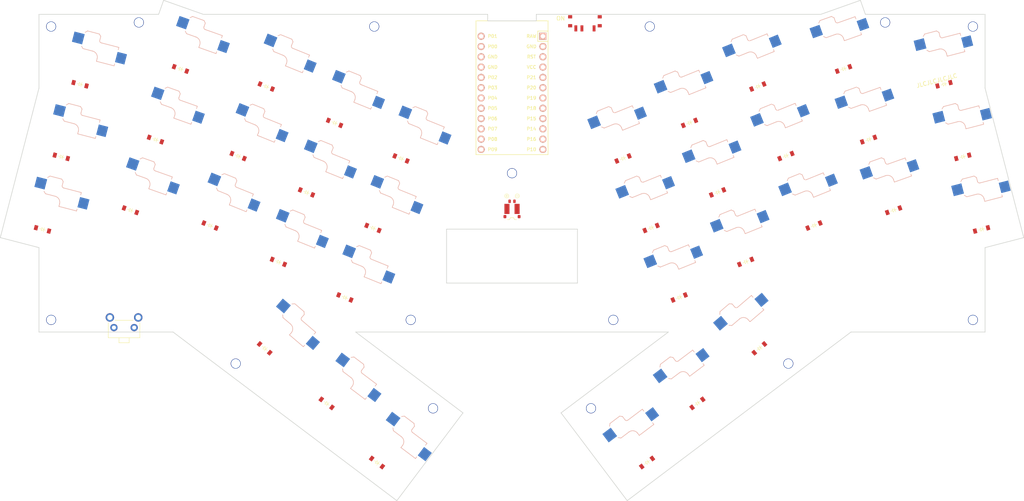
<source format=kicad_pcb>
(kicad_pcb (version 20240108) (generator "pcbnew") (generator_version "8.0")
  (title_block (title "Alias") (rev "v1.0.0") (company "Unknown"))
  (layers (0 "F.Cu" signal) (31 "B.Cu" signal) (34 "B.Paste" user) (35 "F.Paste" user) (36 "B.SilkS" user "B.Silkscreen") (37 "F.SilkS" user "F.Silkscreen") (38 "B.Mask" user) (39 "F.Mask" user) (44 "Edge.Cuts" user))
  (net 0 "")
  (net 1 "RAW")
  (net 2 "GND")
  (net 3 "RST")
  (net 4 "VCC")
  (net 5 "R0")
  (net 6 "R1")
  (net 7 "R2")
  (net 8 "R3")
  (net 9 "R4")
  (net 10 "R5")
  (net 11 "R6")
  (net 12 "R7")
  (net 13 "P1")
  (net 14 "P0")
  (net 15 "C0")
  (net 16 "C1")
  (net 17 "C2")
  (net 18 "C3")
  (net 19 "C4")
  (net 20 "P7")
  (net 21 "P8")
  (net 22 "P9")
  (net 23 "pinky_bottom")
  (net 24 "pinky_home")
  (net 25 "pinky_top")
  (net 26 "ring_bottom")
  (net 27 "ring_home")
  (net 28 "ring_top")
  (net 29 "middle_bottom")
  (net 30 "middle_home")
  (net 31 "middle_top")
  (net 32 "index_bottom")
  (net 33 "index_home")
  (net 34 "index_top")
  (net 35 "inner_bottom")
  (net 36 "inner_home")
  (net 37 "inner_top")
  (net 38 "mirror_pinky_bottom")
  (net 39 "mirror_pinky_home")
  (net 40 "mirror_pinky_top")
  (net 41 "mirror_ring_bottom")
  (net 42 "mirror_ring_home")
  (net 43 "mirror_ring_top")
  (net 44 "mirror_middle_bottom")
  (net 45 "mirror_middle_home")
  (net 46 "mirror_middle_top")
  (net 47 "mirror_index_bottom")
  (net 48 "mirror_index_home")
  (net 49 "mirror_index_top")
  (net 50 "mirror_inner_bottom")
  (net 51 "mirror_inner_home")
  (net 52 "mirror_inner_top")
  (net 53 "flexion_cluster")
  (net 54 "base_cluster")
  (net 55 "extension_cluster")
  (net 56 "mirror_flexion_cluster")
  (net 57 "mirror_base_cluster")
  (net 58 "mirror_extension_cluster")
  (net 59 "BAT_P")
  (footprint "ComboDiode" (layer "F.Cu") (at 153.958695 69.580972 158)
    (property "Reference" "D9" (hide yes))
    (property "Value" "")
    (pad "1" smd rect (at -1.65 0 158) (size 0.9 1.2) (layers "F.Cu" "F.Paste" "F.Mask") (net 5 "R0"))
    (pad "2" smd rect (at 1.65 0 158) (size 0.9 1.2) (layers "F.Cu" "F.Paste" "F.Mask") (net 31 "middle_top"))
  )
  (footprint "mounting_hole" (layer "F.Cu") (at 189.626054 127.175052)
    (property "Reference" "H10" (hide yes))
    (property "Value" "")
    (pad "" thru_hole circle (at 0 0 180) (size 2.46 2.46) (drill 2.2) (layers "*.Cu" "*.Mask"))
  )
  (footprint "ComboDiode" (layer "F.Cu") (at 275.293412 69.580972 -158)
    (property "Reference" "D24" (hide yes))
    (property "Value" "")
    (pad "1" smd rect (at -1.65 0 202) (size 0.9 1.2) (layers "F.Cu" "F.Paste" "F.Mask") (net 9 "R4"))
    (pad "2" smd rect (at 1.65 0 202) (size 0.9 1.2) (layers "F.Cu" "F.Paste" "F.Mask") (net 46 "mirror_middle_top"))
  )
  (footprint "ComboDiode" (layer "F.Cu") (at 282.223634 86.733873 -158)
    (property "Reference" "D23" (hide yes))
    (property "Value" "")
    (pad "1" smd rect (at -1.65 0 202) (size 0.9 1.2) (layers "F.Cu" "F.Paste" "F.Mask") (net 10 "R5"))
    (pad "2" smd rect (at 1.65 0 202) (size 0.9 1.2) (layers "F.Cu" "F.Paste" "F.Mask") (net 45 "mirror_middle_home"))
  )
  (footprint "ComboDiode" (layer "F.Cu") (at 272.286576 112.858667 -158)
    (property "Reference" "D25" (hide yes))
    (property "Value" "")
    (pad "1" smd rect (at -1.65 0 202) (size 0.9 1.2) (layers "F.Cu" "F.Paste" "F.Mask") (net 11 "R6"))
    (pad "2" smd rect (at 1.65 0 202) (size 0.9 1.2) (layers "F.Cu" "F.Paste" "F.Mask") (net 47 "mirror_index_bottom"))
  )
  (footprint "pads" (layer "F.Cu") (at 214.626054 99.789052)
    (property "Reference" "PAD1" (hide yes))
    (property "Value" "")
    (pad "1" smd rect (at -1.25 0) (size 1.25 2.5) (layers "F.Cu" "F.Paste" "F.Mask") (net 59 "BAT_P"))
    (pad "2" smd rect (at 1.25 0) (size 1.25 2.5) (layers "F.Cu" "F.Paste" "F.Mask") (net 2 "GND"))
  )
  (footprint "mounting_hole" (layer "F.Cu") (at 248.626054 54.769052)
    (property "Reference" "H9" (hide yes))
    (property "Value" "")
    (pad "" thru_hole circle (at 0 0 180) (size 2.46 2.46) (drill 2.2) (layers "*.Cu" "*.Mask"))
  )
  (footprint "mounting_hole" (layer "F.Cu") (at 195.134368 149.00861 -37)
    (property "Reference" "H14" (hide yes))
    (property "Value" "")
    (pad "" thru_hole circle (at 0 0 180) (size 2.46 2.46) (drill 2.2) (layers "*.Cu" "*.Mask"))
  )
  (footprint "ComboDiode" (layer "F.Cu") (at 140.098251 103.886774 158)
    (property "Reference" "D7" (hide yes))
    (property "Value" "")
    (pad "1" smd rect (at -1.65 0 158) (size 0.9 1.2) (layers "F.Cu" "F.Paste" "F.Mask") (net 7 "R2"))
    (pad "2" smd rect (at 1.65 0 158) (size 0.9 1.2) (layers "F.Cu" "F.Paste" "F.Mask") (net 29 "middle_bottom"))
  )
  (footprint "ComboDiode" (layer "F.Cu") (at 302.628681 82.676982 -160.5)
    (property "Reference" "D20" (hide yes))
    (property "Value" "")
    (pad "1" smd rect (at -1.649999 0 199.5) (size 0.9 1.2) (layers "F.Cu" "F.Paste" "F.Mask") (net 10 "R5"))
    (pad "2" smd rect (at 1.649999 0 199.5) (size 0.9 1.2) (layers "F.Cu" "F.Paste" "F.Mask") (net 42 "mirror_ring_home"))
  )
  (footprint "ComboDiode" (layer "F.Cu") (at 321.239947 69.019276 -165.5)
    (property "Reference" "D18" (hide yes))
    (property "Value" "")
    (pad "1" smd rect (at -1.65 0 194.5) (size 0.9 1.2) (layers "F.Cu" "F.Paste" "F.Mask") (net 9 "R4"))
    (pad "2" smd rect (at 1.65 0 194.5) (size 0.9 1.2) (layers "F.Cu" "F.Paste" "F.Mask") (net 40 "mirror_pinky_top"))
  )
  (footprint "ComboDiode" (layer "F.Cu") (at 255.882888 121.643257 -158)
    (property "Reference" "D28" (hide yes))
    (property "Value" "")
    (pad "1" smd rect (at -1.65 0 202) (size 0.9 1.2) (layers "F.Cu" "F.Paste" "F.Mask") (net 11 "R6"))
    (pad "2" smd rect (at 1.65 0 202) (size 0.9 1.2) (layers "F.Cu" "F.Paste" "F.Mask") (net 50 "mirror_inner_bottom"))
  )
  (footprint "1:molex_pico_ezmate_1x02_front" (layer "F.Cu") (at 214.626054 99.789052)
    (property "Reference" "CONN1" (hide yes))
    (property "Value" "" (hide yes))
    (pad "1" smd roundrect (at -0.6 -1.875) (size 0.6 0.85) (layers "F.Cu" "F.Paste" "F.Mask") (net 59 "BAT_P"))
    (pad "2" smd roundrect (at 0.6 -1.875) (size 0.6 0.85) (layers "F.Cu" "F.Paste" "F.Mask") (net 2 "GND"))
    (pad "MP" smd roundrect (at -1.75 1.9) (size 0.7 0.8) (layers "F.Cu" "F.Paste" "F.Mask"))
    (pad "MP" smd roundrect (at 1.75 1.9) (size 0.7 0.8) (layers "F.Cu" "F.Paste" "F.Mask"))
  )
  (footprint "ComboDiode" (layer "F.Cu") (at 120.447999 100.11585 160.5)
    (property "Reference" "D4" (hide yes))
    (property "Value" "")
    (pad "1" smd rect (at -1.649999 0 160.5) (size 0.9 1.2) (layers "F.Cu" "F.Paste" "F.Mask") (net 7 "R2"))
    (pad "2" smd rect (at 1.649999 0 160.5) (size 0.9 1.2) (layers "F.Cu" "F.Paste" "F.Mask") (net 26 "ring_bottom"))
  )
  (footprint "mounting_hole" (layer "F.Cu") (at 234.117739 149.00861 -37)
    (property "Reference" "H15" (hide yes))
    (property "Value" "")
    (pad "" thru_hole circle (at 0 0 180) (size 2.46 2.46) (drill 2.2) (layers "*.Cu" "*.Mask"))
  )
  (footprint "mounting_hole" (layer "F.Cu") (at 239.626054 127.175052)
    (property "Reference" "H11" (hide yes))
    (property "Value" "")
    (pad "" thru_hole circle (at 0 0 180) (size 2.46 2.46) (drill 2.2) (layers "*.Cu" "*.Mask"))
  )
  (footprint "ComboDiode" (layer "F.Cu") (at 108.01216 69.019276 165.5)
    (property "Reference" "D3" (hide yes))
    (property "Value" "")
    (pad "1" smd rect (at -1.65 0 165.5) (size 0.9 1.2) (layers "F.Cu" "F.Paste" "F.Mask") (net 5 "R0"))
    (pad "2" smd rect (at 1.65 0 165.5) (size 0.9 1.2) (layers "F.Cu" "F.Paste" "F.Mask") (net 25 "pinky_top"))
  )
  (footprint "ComboDiode" (layer "F.Cu") (at 153.579355 134.20354 139.5)
    (property "Reference" "D31" (hide yes))
    (property "Value" "")
    (pad "1" smd rect (at -1.65 0 139.5) (size 0.9 1.2) (layers "F.Cu" "F.Paste" "F.Mask") (net 8 "R3"))
    (pad "2" smd rect (at 1.65 0 139.5) (size 0.9 1.2) (layers "F.Cu" "F.Paste" "F.Mask") (net 53 "flexion_cluster"))
  )
  (footprint "ComboDiode" (layer "F.Cu") (at 170.825975 78.552865 158)
    (property "Reference" "D12" (hide yes))
    (property "Value" "")
    (pad "1" smd rect (at -1.65 0 158) (size 0.9 1.2) (layers "F.Cu" "F.Paste" "F.Mask") (net 5 "R0"))
    (pad "2" smd rect (at 1.65 0 158) (size 0.9 1.2) (layers "F.Cu" "F.Paste" "F.Mask") (net 34 "index_top"))
  )
  (footprint "ComboDiode" (layer "F.Cu") (at 265.356354 95.705766 -158)
    (property "Reference" "D26" (hide yes))
    (property "Value" "")
    (pad "1" smd rect (at -1.65 0 202) (size 0.9 1.2) (layers "F.Cu" "F.Paste" "F.Mask") (net 10 "R5"))
    (pad "2" smd rect (at 1.65 0 202) (size 0.9 1.2) (layers "F.Cu" "F.Paste" "F.Mask") (net 48 "mirror_index_home"))
  )
  (footprint "ComboDiode" (layer "F.Cu") (at 98.7481 104.840738 165.5)
    (property "Reference" "D1" (hide yes))
    (property "Value" "")
    (pad "1" smd rect (at -1.65 0 165.5) (size 0.9 1.2) (layers "F.Cu" "F.Paste" "F.Mask") (net 7 "R2"))
    (pad "2" smd rect (at 1.65 0 165.5) (size 0.9 1.2) (layers "F.Cu" "F.Paste" "F.Mask") (net 23 "pinky_bottom"))
  )
  (footprint "ComboDiode" (layer "F.Cu") (at 258.426132 78.552865 -158)
    (property "Reference" "D27" (hide yes))
    (property "Value" "")
    (pad "1" smd rect (at -1.65 0 202) (size 0.9 1.2) (layers "F.Cu" "F.Paste" "F.Mask") (net 9 "R4"))
    (pad "2" smd rect (at 1.65 0 202) (size 0.9 1.2) (layers "F.Cu" "F.Paste" "F.Mask") (net 49 "mirror_index_top"))
  )
  (footprint "mounting_hole" (layer "F.Cu") (at 214.626054 90.969052)
    (property "Reference" "H7" (hide yes))
    (property "Value" "")
    (pad "" thru_hole circle (at 0 0 180) (size 2.46 2.46) (drill 2.2) (layers "*.Cu" "*.Mask"))
  )
  (footprint "ComboDiode" (layer "F.Cu") (at 275.672752 134.20354 -139.5)
    (property "Reference" "D34" (hide yes))
    (property "Value" "")
    (pad "1" smd rect (at -1.65 0 220.5) (size 0.9 1.2) (layers "F.Cu" "F.Paste" "F.Mask") (net 12 "R7"))
    (pad "2" smd rect (at 1.65 0 220.5) (size 0.9 1.2) (layers "F.Cu" "F.Paste" "F.Mask") (net 56 "mirror_flexion_cluster"))
  )
  (footprint "1:PCM12SMTR_front" (layer "F.Cu") (at 232.626054 53.494252 90)
    (property "Reference" "SW1" (hide yes))
    (property "Value" "" (hide yes))
    (pad "" smd rect (at -1.085 -3.65 180) (size 1 0.8) (layers "F.Cu" "F.Paste" "F.Mask"))
    (pad "" smd rect (at -1.085 3.65 180) (size 1 0.8) (layers "F.Cu" "F.Paste" "F.Mask"))
    (pad "" smd rect (at 1.125 -3.65 180) (size 1 0.8) (layers "F.Cu" "F.Paste" "F.Mask"))
    (pad "" smd rect (at 1.125 3.65 180) (size 1 0.8) (layers "F.Cu" "F.Paste" "F.Mask"))
    (pad "1" smd rect (at -1.735 2.25 180) (size 0.7 1.5) (layers "F.Cu" "F.Paste" "F.Mask"))
    (pad "2" smd rect (at -1.735 -0.75 180) (size 0.7 1.5) (layers "F.Cu" "F.Paste" "F.Mask") (net 1 "RAW"))
    (pad "3" smd rect (at -1.735 -2.25 180) (size 0.7 1.5) (layers "F.Cu" "F.Paste" "F.Mask") (net 59 "BAT_P"))
  )
  (footprint "ComboDiode" (layer "F.Cu") (at 180.299441 104.490356 158)
    (property "Reference" "D14" (hide yes))
    (property "Value" "")
    (pad "1" smd rect (at -1.65 0 158) (size 0.9 1.2) (layers "F.Cu" "F.Paste" "F.Mask") (net 6 "R1"))
    (pad "2" smd rect (at 1.65 0 158) (size 0.9 1.2) (layers "F.Cu" "F.Paste" "F.Mask") (net 36 "inner_home"))
  )
  (footprint "mounting_hole" (layer "F.Cu") (at 282.82483 137.958241 -40.5)
    (property "Reference" "H13" (hide yes))
    (property "Value" "")
    (pad "" thru_hole circle (at 0 0 180) (size 2.46 2.46) (drill 2.2) (layers "*.Cu" "*.Mask"))
  )
  (footprint "ComboDiode" (layer "F.Cu") (at 260.382995 147.780883 -143)
    (property "Reference" "D35" (hide yes))
    (property "Value" "")
    (pad "1" smd rect (at -1.65 0 217) (size 0.9 1.2) (layers "F.Cu" "F.Paste" "F.Mask") (net 12 "R7"))
    (pad "2" smd rect (at 1.65 0 217) (size 0.9 1.2) (layers "F.Cu" "F.Paste" "F.Mask") (net 57 "mirror_base_cluster"))
  )
  (footprint "ComboDiode" (layer "F.Cu") (at 103.38013 86.930007 165.5)
    (property "Reference" "D2" (hide yes))
    (property "Value" "")
    (pad "1" smd rect (at -1.65 0 165.5) (size 0.9 1.2) (layers "F.Cu" "F.Paste" "F.Mask") (net 6 "R1"))
    (pad "2" smd rect (at 1.65 0 165.5) (size 0.9 1.2) (layers "F.Cu" "F.Paste" "F.Mask") (net 24 "pinky_home"))
  )
  (footprint "ComboDiode" (layer "F.Cu") (at 132.798853 65.238114 160.5)
    (property "Reference" "D6" (hide yes))
    (property "Value" "")
    (pad "1" smd rect (at -1.649999 0 160.5) (size 0.9 1.2) (layers "F.Cu" "F.Paste" "F.Mask") (net 5 "R0"))
    (pad "2" smd rect (at 1.649999 0 160.5) (size 0.9 1.2) (layers "F.Cu" "F.Paste" "F.Mask") (net 28 "ring_top"))
  )
  (footprint "ComboDiode" (layer "F.Cu") (at 147.028473 86.733873 158)
    (property "Reference" "D8" (hide yes))
    (property "Value" "")
    (pad "1" smd rect (at -1.65 0 158) (size 0.9 1.2) (layers "F.Cu" "F.Paste" "F.Mask") (net 6 "R1"))
    (pad "2" smd rect (at 1.65 0 158) (size 0.9 1.2) (layers "F.Cu" "F.Paste" "F.Mask") (net 30 "middle_home"))
  )
  (footprint "ComboDiode" (layer "F.Cu") (at 181.303976 162.377239 143)
    (property "Reference" "D33" (hide yes))
    (property "Value" "")
    (pad "1" smd rect (at -1.65 0 143) (size 0.9 1.2) (layers "F.Cu" "F.Paste" "F.Mask") (net 8 "R3"))
    (pad "2" smd rect (at 1.65 0 143) (size 0.9 1.2) (layers "F.Cu" "F.Paste" "F.Mask") (net 55 "extension_cluster"))
  )
  (footprint "ComboDiode" (layer "F.Cu") (at 187.229663 87.337454 158)
    (property "Reference" "D15" (hide yes))
    (property "Value" "")
    (pad "1" smd rect (at -1.65 0 158) (size 0.9 1.2) (layers "F.Cu" "F.Paste" "F.Mask") (net 5 "R0"))
    (pad "2" smd rect (at 1.65 0 158) (size 0.9 1.2) (layers "F.Cu" "F.Paste" "F.Mask") (net 37 "inner_top"))
  )
  (footprint "mounting_hole" (layer "F.Cu") (at 100.876054 127.175052)
    (property "Reference" "H5" (hide yes))
    (property "Value" "")
    (pad "" thru_hole circle (at 0 0 180) (size 2.46 2.46) (drill 2.2) (layers "*.Cu" "*.Mask"))
  )
  (footprint "mounting_hole" (layer "F.Cu") (at 100.876054 54.769052)
    (property "Reference" "H2" (hide yes))
    (property "Value" "")
    (pad "" thru_hole circle (at 0 0 180) (size 2.46 2.46) (drill 2.2) (layers "*.Cu" "*.Mask"))
  )
  (footprint "ComboDiode" (layer "F.Cu") (at 168.869112 147.780883 143)
    (property "Reference" "D32" (hide yes))
    (property "Value" "")
    (pad "1" smd rect (at -1.65 0 143) (size 0.9 1.2) (layers "F.Cu" "F.Paste" "F.Mask") (net 8 "R3"))
    (pad "2" smd rect (at 1.65 0 143) (size 0.9 1.2) (layers "F.Cu" "F.Paste" "F.Mask") (net 54 "base_cluster"))
  )
  (footprint "ComboDiode" (layer "F.Cu") (at 289.153856 103.886774 -158)
    (property "Reference" "D22" (hide yes))
    (property "Value" "")
    (pad "1" smd rect (at -1.65 0 202) (size 0.9 1.2) (layers "F.Cu" "F.Paste" "F.Mask") (net 11 "R6"))
    (pad "2" smd rect (at 1.65 0 202) (size 0.9 1.2) (layers "F.Cu" "F.Paste" "F.Mask") (net 44 "mirror_middle_bottom"))
  )
  (footprint "1:SKHLLCA010" (layer "F.Cu") (at 118.876054 127.825552 180)
    (property "Reference" "S37" (hide yes))
    (property "Value" "SKHLLCA010")
    (pad "1" thru_hole circle (at 2.5 -1.25 180) (size 1.8 1.8) (drill 1) (layers "*.Cu" "B.Mask") (net 2 "GND"))
    (pad "2" thru_hole circle (at -2.5 -1.25 180) (size 1.8 1.8) (drill 1) (layers "*.Cu" "B.Mask") (net 3 "RST"))
    (pad "MP" thru_hole circle (at -3.5 1.25 180) (size 2.1 2.1) (drill 1.3) (layers "*.Cu" "*.Mask"))
    (pad "MP" thru_hole circle (at 3.5 1.25 180) (size 2.1 2.1) (drill 1.3) (layers "*.Cu" "*.Mask"))
  )
  (footprint "mounting_hole" (layer "F.Cu") (at 122.526054 53.769052)
    (property "Reference" "H1" (hide yes))
    (property "Value" "")
    (pad "" thru_hole circle (at 0 0 180) (size 2.46 2.46) (drill 2.2) (layers "*.Cu" "*.Mask"))
  )
  (footprint "ComboDiode" (layer "F.Cu") (at 296.453254 65.238114 -160.5)
    (property "Reference" "D21" (hide yes))
    (property "Value" "")
    (pad "1" smd rect (at -1.649999 0 199.5) (size 0.9 1.2) (layers "F.Cu" "F.Paste" "F.Mask") (net 9 "R4"))
    (pad "2" smd rect (at 1.649999 0 199.5) (size 0.9 1.2) (layers "F.Cu" "F.Paste" "F.Mask") (net 43 "mirror_ring_top"))
  )
  (footprint "ComboDiode" (layer "F.Cu") (at 308.804108 100.11585 -160.5)
    (property "Reference" "D19" (hide yes))
    (property "Value" "")
    (pad "1" smd rect (at -1.649999 0 199.5) (size 0.9 1.2) (layers "F.Cu" "F.Paste" "F.Mask") (net 11 "R6"))
    (pad "2" smd rect (at 1.649999 0 199.5) (size 0.9 1.2) (layers "F.Cu" "F.Paste" "F.Mask") (net 41 "mirror_ring_bottom"))
  )
  (footprint "ComboDiode" (layer "F.Cu") (at 242.022444 87.337454 -158)
    (property "Reference" "D30" (hide yes))
    (property "Value" "")
    (pad "1" smd rect (at -1.65 0 202) (size 0.9 1.2) (layers "F.Cu" "F.Paste" "F.Mask") (net 9 "R4"))
    (pad "2" smd rect (at 1.65 0 202) (size 0.9 1.2) (layers "F.Cu" "F.Paste" "F.Mask") (net 52 "mirror_inner_top"))
  )
  (footprint "ComboDiode" (layer "F.Cu") (at 325.871977 86.930007 -165.5)
    (property "Reference" "D17" (hide yes))
    (property "Value" "")
    (pad "1" smd rect (at -1.65 0 194.5) (size 0.9 1.2) (layers "F.Cu" "F.Paste" "F.Mask") (net 10 "R5"))
    (pad "2" smd rect (at 1.65 0 194.5) (size 0.9 1.2) (layers "F.Cu" "F.Paste" "F.Mask") (net 39 "mirror_pinky_home"))
  )
  (footprint "icon_bat" (layer "F.Cu") (at 214.626054 96.589052)
    (property "Reference" "ICON1" (hide yes))
    (property "Value" "")
  )
  (footprint "ComboDiode" (layer "F.Cu") (at 156.965531 112.858667 158)
    (property "Reference" "D10" (hide yes))
    (property "Value" "")
    (pad "1" smd rect (at -1.65 0 158) (size 0.9 1.2) (layers "F.Cu" "F.Paste" "F.Mask") (net 7 "R2"))
    (pad "2" smd rect (at 1.65 0 158) (size 0.9 1.2) (layers "F.Cu" "F.Paste" "F.Mask") (net 32 "index_bottom"))
  )
  (footprint "ComboDiode" (layer "F.Cu") (at 248.952666 104.490356 -158)
    (property "Reference" "D29" (hide yes))
    (property "Value" "")
    (pad "1" smd rect (at -1.65 0 202) (size 0.9 1.2) (layers "F.Cu" "F.Paste" "F.Mask") (net 10 "R5"))
    (pad "2" smd rect (at 1.65 0 202) (size 0.9 1.2) (layers "F.Cu" "F.Paste" "F.Mask") (net 51 "mirror_inner_home"))
  )
  (footprint "mounting_hole" (layer "F.Cu") (at 328.376054 127.175052)
    (property "Reference" "H6" (hide yes))
    (property "Value" "")
    (pad "" thru_hole circle (at 0 0 180) (size 2.46 2.46) (drill 2.2) (layers "*.Cu" "*.Mask"))
  )
  (footprint "mounting_hole" (layer "F.Cu") (at 328.376054 54.769052)
    (property "Reference" "H3" (hide yes))
    (property "Value" "")
    (pad "" thru_hole circle (at 0 0 180) (size 2.46 2.46) (drill 2.2) (layers "*.Cu" "*.Mask"))
  )
  (footprint "mounting_hole" (layer "F.Cu") (at 146.427277 137.958241 -40.5)
    (property "Reference" "H12" (hide yes))
    (property "Value" "")
    (pad "" thru_hole circle (at 0 0 180) (size 2.46 2.46) (drill 2.2) (layers "*.Cu" "*.Mask"))
  )
  (footprint "ComboDiode" (layer "F.Cu") (at 330.504007 104.840738 -165.5)
    (property "Reference" "D16" (hide yes))
    (property "Value" "")
    (pad "1" smd rect (at -1.65 0 194.5) (size 0.9 1.2) (layers "F.Cu" "F.Paste" "F.Mask") (net 11 "R6"))
    (pad "2" smd rect (at 1.65 0 194.5) (size 0.9 1.2) (layers "F.Cu" "F.Paste" "F.Mask") (net 38 "mirror_pinky_bottom"))
  )
  (footprint "mounting_hole" (layer "F.Cu") (at 306.726054 53.769052)
    (property "Reference" "H4" (hide yes))
    (property "Value" "")
    (pad "" thru_hole circle (at 0 0 180) (size 2.46 2.46) (drill 2.2) (layers "*.Cu" "*.Mask"))
  )
  (footprint "ComboDiode" (layer "F.Cu") (at 247.948131 162.377239 -143)
    (property "Reference" "D36" (hide yes))
    (property "Value" "")
    (pad "1" smd rect (at -1.65 0 217) (size 0.9 1.2) (layers "F.Cu" "F.Paste" "F.Mask") (net 12 "R7"))
    (pad "2" smd rect (at 1.65 0 217) (size 0.9 1.2) (layers "F.Cu" "F.Paste" "F.Mask") (net 58 "mirror_extension_cluster"))
  )
  (footprint "ComboDiode" (layer "F.Cu") (at 163.895753 95.705766 158)
    (property "Reference" "D11" (hide yes))
    (property "Value" "")
    (pad "1" smd rect (at -1.65 0 158) (size 0.9 1.2) (layers "F.Cu" "F.Paste" "F.Mask") (net 6 "R1"))
    (pad "2" smd rect (at 1.65 0 158) (size 0.9 1.2) (layers "F.Cu" "F.Paste" "F.Mask") (net 33 "index_home"))
  )
  (footprint "ComboDiode" (layer "F.Cu") (at 126.623426 82.676982 160.5)
    (property "Reference" "D5" (hide yes))
    (property "Value" "")
    (pad "1" smd rect (at -1.649999 0 160.5) (size 0.9 1.2) (layers "F.Cu" "F.Paste" "F.Mask") (net 6 "R1"))
    (pad "2" smd rect (at 1.649999 0 160.5) (size 0.9 1.2) (layers "F.Cu" "F.Paste" "F.Mask") (net 27 "ring_home"))
  )
  (footprint "mounting_hole" (layer "F.Cu") (at 180.626054 54.769052)
    (property "Reference" "H8" (hide yes))
    (property "Value" "")
    (pad "" thru_hole circle (at 0 0 180) (size 2.46 2.46) (drill 2.2) (layers "*.Cu" "*.Mask"))
  )
  (footprint "ProMicro" (layer "F.Cu") (at 214.626054 71.141052 -90)
    (property "Reference" "MCU1" (hide yes))
    (property "Value" "" (hide yes))
    (fp_text user "P04" (at 1.27 4.8 0) (layer "F.SilkS") (effects (font (size 0.8 0.8))))
    (fp_text user "P18" (at 3.81 -4.8 0) (layer "F.SilkS") (effects (font (size 0.8 0.8))))
    (fp_text user "GND" (at -8.89 4.8 0) (layer "F.SilkS") (effects (font (size 0.8 0.8))))
    (fp_text user "P15" (at 6.35 -4.8 0) (layer "F.SilkS") (effects (font (size 0.8 0.8))))
    (fp_text user "P02" (at -3.81 4.8 0) (layer "F.SilkS") (effects (font (size 0.8 0.8))))
    (fp_text user "P09" (at 13.97 4.8 0) (layer "F.SilkS") (effects (font (size 0.8 0.8))))
    (fp_text user "P05" (at 3.81 4.8 0) (layer "F.SilkS") (effects (font (size 0.8 0.8))))
    (fp_text user "RST" (at -8.89 -4.8 0) (layer "F.SilkS") (effects (font (size 0.8 0.8))))
    (fp_text user "VCC" (at -6.35 -4.8 0) (layer "F.SilkS") (effects (font (size 0.8 0.8))))
    (fp_text user "P08" (at 11.43 4.8 0) (layer "F.SilkS") (effects (font (size 0.8 0.8))))
    (fp_text user "P10" (at 13.97 -4.8 0) (layer "F.SilkS") (effects (font (size 0.8 0.8))))
    (fp_text user "P03" (at -1.27 4.8 0) (layer "F.SilkS") (effects (font (size 0.8 0.8))))
    (fp_text user "GND" (at -11.43 -4.8 0) (layer "F.SilkS") (effects (font (size 0.8 0.8))))
    (fp_text user "P06" (at 6.35 4.8 0) (layer "F.SilkS") (effects (font (size 0.8 0.8))))
    (fp_text user "P19" (at 1.27 -4.8 0) (layer "F.SilkS") (effects (font (size 0.8 0.8))))
    (fp_text user "P16" (at 11.43 -4.8 0) (layer "F.SilkS") (effects (font (size 0.8 0.8))))
    (fp_text user "P20" (at -1.27 -4.8 0) (layer "F.SilkS") (effects (font (size 0.8 0.8))))
    (fp_text user "P01" (at -13.97 4.8 0) (layer "F.SilkS") (effects (font (size 0.8 0.8))))
    (fp_text user "P21" (at -3.81 -4.8 0) (layer "F.SilkS") (effects (font (size 0.8 0.8))))
    (fp_text user "RAW" (at -13.97 -4.8 0) (layer "F.SilkS") (effects (font (size 0.8 0.8))))
    (fp_text user "P00" (at -11.43 4.8 0) (layer "F.SilkS") (effects (font (size 0.8 0.8))))
    (fp_text user "GND" (at -6.35 4.8 0) (layer "F.SilkS") (effects (font (size 0.8 0.8))))
    (fp_text user "P07" (at 8.89 4.8 0) (layer "F.SilkS") (effects (font (size 0.8 0.8))))
    (fp_text user "P14" (at 8.89 -4.8 0) (layer "F.SilkS") (effects (font (size 0.8 0.8))))
    (pad "1" thru_hole rect (at -13.97 -7.62 270) (size 1.7526 1.7526) (drill 1.0922) (layers "*.Cu" "*.SilkS" "*.Mask") (net 1 "RAW"))
    (pad "2" thru_hole circle (at -11.43 -7.62) (size 1.7526 1.7526) (drill 1.0922) (layers "*.Cu" "*.SilkS" "*.Mask") (net 2 "GND"))
    (pad "3" thru_hole circle (at -8.89 -7.62) (size 1.7526 1.7526) (drill 1.0922) (layers "*.Cu" "*.SilkS" "*.Mask") (net 3 "RST"))
    (pad "4" thru_hole circle (at -6.35 -7.62) (size 1.7526 1.7526) (drill 1.0922) (layers "*.Cu" "*.SilkS" "*.Mask") (net 4 "VCC"))
    (pad "5" thru_hole circle (at -3.81 -7.62) (size 1.7526 1.7526) (drill 1.0922) (layers "*.Cu" "*.SilkS" "*.Mask") (net 5 "R0"))
    (pad "6" thru_hole circle (at -1.27 -7.62) (size 1.7526 1.7526) (drill 1.0922) (layers "*.Cu" "*.SilkS" "*.Mask") (net 6 "R1"))
    (pad "7" thru_hole circle (at 1.27 -7.62) (size 1.7526 1.7526) (drill 1.0922) (layers "*.Cu" "*.SilkS" "*.Mask") (net 7 "R2"))
    (pad "8" thru_hole circle (at 3.81 -7.62) (size 1.7526 1.7526) (drill 1.0922) (layers "*.Cu" "*.SilkS" "*.Mask") (net 8 "R3"))
    (pad "9" thru_hole circle (at 6.35 -7.62) (size 1.7526 1.7526) (drill 1.0922) (layers "*.Cu" "*.SilkS" "*.Mask") (net 9 "R4"))
    (pad "10" thru_hole circle (at 8.89 -7.62) (size 1.7526 1.7526) (drill 1.0922) (layers "*.Cu" "*.SilkS" "*.Mask") (net 10 "R5"))
    (pad "11" thru_hole circle (at 11.43 -7.62) (size 1.7526 1.7526) (drill 1.0922) (layers "*.Cu" "*.SilkS" "*.Mask") (net 11 "R6"))
    (pad "12" thru_hole circle (at 13.97 -7.62) (size 1.7526 1.7526) (drill 1.0922) (layers "*.Cu" "*.SilkS" "*.Mask") (net 12 "R7"))
    (pad "13" thru_hole circle (at -13.97 7.62) (size 1.7526 1.7526) (drill 1.0922) (layers "*.Cu" "*.SilkS" "*.Mask") (net 13 "P1"))
    (pad "14" thru_hole circle (at -11.43 7.62) (size 1.7526 1.7526) (drill 1.0922) (layers "*.Cu" "*.SilkS" "*.Mask") (net 14 "P0"))
    (pad "15" thru_hole circle (at -8.89 7.62) (size 1.7526 1.7526) (drill 1.0922) (layers "*.Cu" "*.SilkS" "*.Mask") (net 2 "GND"))
    (pad "16" thru_hole circle (at -6.35 7.62) (size 1.7526 1.7526) (drill 1.0922) (layers "*.Cu" "*.SilkS" "*.Mask") (net 2 "GND"))
    (pad "17" thru_hole circle (at -3.81 7.62) (size 1.7526 1.7526) (drill 1.0922) (layers "*.Cu" "*.SilkS" "*.Mask") (net 15 "C0"))
    (pad "18" thru_hole circle (at -1.27 7.62) (size 1.7526 1.7526) (drill 1.0922) (layers "*.Cu" "*.SilkS" "*.Mask") (net 16 "C1"))
    (pad "19" thru_hole circle (at 1.27 7.62) (size 1.7526 1.7526) (drill 1.0922) (layers "*.Cu" "*.SilkS" "*.Mask") (net 17 "C2"))
    (pad "20" thru_hole circle (at 3.81 7.62) (size 1.7526 1.7526) (drill 1.0922) (layers "*.Cu" "*.SilkS" "*.Mask") (net 18 "C3"))
    (pad "21" thru_hole circle (at 6.35 7.62) (size 1.7526 1.7526) (drill 1.0922) (layers "*.Cu" "*.SilkS" "*.Mask") (net 19 "C4"))
    (pad "22" thru_hole circle (at 8.89 7.62) (size 1.7526 1.7526) (drill 1.0922) (layers "*.Cu" "*.SilkS" "*.Mask") (net 20 "P7"))
    (pad "23" thru_hole circle (at 11.43 7.62) (size 1.7526 1.7526) (drill 1.0922) (layers "*.Cu" "*.SilkS" "*.Mask") (net 21 "P8"))
    (pad "24" thru_hole circle (at 13.97 7.62) (size 1.7526 1.7526) (drill 1.0922) (layers "*.Cu" "*.SilkS" "*.Mask") (net 22 "P9"))
  )
  (footprint "ComboDiode" (layer "F.Cu") (at 173.369219 121.643257 158)
    (property "Reference" "D13" (hide yes))
    (property "Value" "")
    (pad "1" smd rect (at -1.65 0 158) (size 0.9 1.2) (layers "F.Cu" "F.Paste" "F.Mask") (net 7 "R2"))
    (pad "2" smd rect (at 1.65 0 158) (size 0.9 1.2) (layers "F.Cu" "F.Paste" "F.Mask") (net 35 "inner_bottom"))
  )
  (footprint "1:switch_choc_v1_v2" (layer "B.Cu") (at 128.29246 77.963775 -19.5)
    (property "Reference" "S5" (hide yes))
    (property "Value" "")
    (pad "" np_thru_hole circle (at -5.5 0 340.5) (size 1.9 1.9) (drill 1.9) (layers "*.Cu"))
    (pad "" np_thru_hole circle (at -5 5.15 340.5) (size 1.6 1.6) (drill 1.6) (layers "*.Cu" "*.Mask"))
    (pad "" np_thru_hole circle (at 0 -5.95 340.5) (size 3 3) (drill 3) (layers "*.Cu" "*.Mask"))
    (pad "" np_thru_hole circle (at 0 0 340.5) (size 5 5) (drill 5) (layers "*.Cu"))
    (pad "" np_thru_hole circle (at 5 -3.75 175.5) (size 3 3) (drill 3) (layers "*.Cu" "*.Mask"))
    (pad "" np_thru_hole circle (at 5.5 0 340.5) (size 1.9 1.9) (drill 1.9) (layers "*.Cu"))
    (pad "1" smd rect (at -3.275 -5.95 340.5) (size 2.6 2.6) (layers "B.Cu" "B.Paste" "B.Mask") (net 16 "C1"))
    (pad "2" smd rect (at 8.175 -3.75 340.5) (size 2.4 2.6) (layers "B.Cu" "B.Paste" "B.Mask") (net 27 "ring_home"))
  )
  (footprint "1:switch_choc_v1_v2" (layer "B.Cu") (at 329.252107 100 14.5)
    (property "Reference" "S16" (hide yes))
    (property "Value" "")
    (pad "" np_thru_hole circle (at -5.5 0 14.5) (size 1.9 1.9) (drill 1.9) (layers "*.Cu"))
    (pad "" np_thru_hole circle (at -5 5.15 14.5) (size 1.6 1.6) (drill 1.6) (layers "*.Cu" "*.Mask"))
    (pad "" np_thru_hole circle (at 0 -5.95 14.5) (size 3 3) (drill 3) (layers "*.Cu" "*.Mask"))
    (pad "" np_thru_hole circle (at 0 0 14.5) (size 5 5) (drill 5) (layers "*.Cu"))
    (pad "" np_thru_hole circle (at 5 -3.75 209.5) (size 3 3) (drill 3) (layers "*.Cu" "*.Mask"))
    (pad "" np_thru_hole circle (at 5.5 0 14.5) (size 1.9 1.9) (drill 1.9) (layers "*.Cu"))
    (pad "1" smd rect (at -3.275 -5.95 14.5) (size 2.6 2.6) (layers "B.Cu" "B.Paste" "B.Mask") (net 15 "C0"))
    (pad "2" smd rect (at 8.175 -3.75 14.5) (size 2.4 2.6) (layers "B.Cu" "B.Paste" "B.Mask") (net 38 "mirror_pinky_bottom"))
  )
  (footprint "1:switch_choc_v1_v2" (layer "B.Cu") (at 165.768786 91.069847 -22)
    (property "Reference" "S11" (hide yes))
    (property "Value" "")
    (pad "" np_thru_hole circle (at -5.5 0 338) (size 1.9 1.9) (drill 1.9) (layers "*.Cu"))
    (pad "" np_thru_hole circle (at -5 5.15 338) (size 1.6 1.6) (drill 1.6) (layers "*.Cu" "*.Mask"))
    (pad "" np_thru_hole circle (at 0 -5.95 338) (size 3 3) (drill 3) (layers "*.Cu" "*.Mask"))
    (pad "" np_thru_hole circle (at 0 0 338) (size 5 5) (drill 5) (layers "*.Cu"))
    (pad "" np_thru_hole circle (at 5 -3.75 173) (size 3 3) (drill 3) (layers "*.Cu" "*.Mask"))
    (pad "" np_thru_hole circle (at 5.5 0 338) (size 1.9 1.9) (drill 1.9) (layers "*.Cu"))
    (pad "1" smd rect (at -3.275 -5.95 338) (size 2.6 2.6) (layers "B.Cu" "B.Paste" "B.Mask") (net 18 "C3"))
    (pad "2" smd rect (at 8.175 -3.750001 338) (size 2.4 2.6) (layers "B.Cu" "B.Paste" "B.Mask") (net 33 "index_home"))
  )
  (footprint "1:switch_choc_v1_v2" (layer "B.Cu") (at 104.63203 82.089269 -14.5)
    (property "Reference" "S2" (hide yes))
    (property "Value" "")
    (pad "" np_thru_hole circle (at -5.5 0 345.5) (size 1.9 1.9) (drill 1.9) (layers "*.Cu"))
    (pad "" np_thru_hole circle (at -5 5.15 345.5) (size 1.6 1.6) (drill 1.6) (layers "*.Cu" "*.Mask"))
    (pad "" np_thru_hole circle (at 0 -5.95 345.5) (size 3 3) (drill 3) (layers "*.Cu" "*.Mask"))
    (pad "" np_thru_hole circle (at 0 0 345.5) (size 5 5) (drill 5) (layers "*.Cu"))
    (pad "" np_thru_hole circle (at 5 -3.75 180.5) (size 3 3) (drill 3) (layers "*.Cu" "*.Mask"))
    (pad "" np_thru_hole circle (at 5.5 0 345.5) (size 1.9 1.9) (drill 1.9) (layers "*.Cu"))
    (pad "1" smd rect (at -3.275 -5.95 345.5) (size 2.6 2.6) (layers "B.Cu" "B.Paste" "B.Mask") (net 15 "C0"))
    (pad "2" smd rect (at 8.175 -3.75 345.5) (size 2.4 2.6) (layers "B.Cu" "B.Paste" "B.Mask") (net 24 "pinky_home"))
  )
  (footprint "1:switch_choc_v1_v2" (layer "B.Cu") (at 182.172474 99.854436 -22)
    (property "Reference" "S14" (hide yes))
    (property "Value" "")
    (pad "" np_thru_hole circle (at -5.5 0 338) (size 1.9 1.9) (drill 1.9) (layers "*.Cu"))
    (pad "" np_thru_hole circle (at -5 5.15 338) (size 1.6 1.6) (drill 1.6) (layers "*.Cu" "*.Mask"))
    (pad "" np_thru_hole circle (at 0 -5.95 338) (size 3 3) (drill 3) (layers "*.Cu" "*.Mask"))
    (pad "" np_thru_hole circle (at 0 0 338) (size 5 5) (drill 5) (layers "*.Cu"))
    (pad "" np_thru_hole circle (at 5 -3.75 173) (size 3 3) (drill 3) (layers "*.Cu" "*.Mask"))
    (pad "" np_thru_hole circle (at 5.5 0 338) (size 1.9 1.9) (drill 1.9) (layers "*.Cu"))
    (pad "1" smd rect (at -3.275 -5.95 338) (size 2.6 2.6) (layers "B.Cu" "B.Paste" "B.Mask") (net 19 "C4"))
    (pad "2" smd rect (at 8.175 -3.750001 338) (size 2.4 2.6) (layers "B.Cu" "B.Paste" "B.Mask") (net 36 "inner_home"))
  )
  (footprint "1:switch_choc_v1_v2" (layer "B.Cu") (at 307.135074 95.402642 19.5)
    (property "Reference" "S19" (hide yes))
    (property "Value" "")
    (pad "" np_thru_hole circle (at -5.5 0 19.5) (size 1.9 1.9) (drill 1.9) (layers "*.Cu"))
    (pad "" np_thru_hole circle (at -5 5.15 19.5) (size 1.6 1.6) (drill 1.6) (layers "*.Cu" "*.Mask"))
    (pad "" np_thru_hole circle (at 0 -5.95 19.5) (size 3 3) (drill 3) (layers "*.Cu" "*.Mask"))
    (pad "" np_thru_hole circle (at 0 0 19.5) (size 5 5) (drill 5) (layers "*.Cu"))
    (pad "" np_thru_hole circle (at 5 -3.75 214.5) (size 3 3) (drill 3) (layers "*.Cu" "*.Mask"))
    (pad "" np_thru_hole circle (at 5.5 0 19.5) (size 1.9 1.9) (drill 1.9) (layers "*.Cu"))
    (pad "1" smd rect (at -3.275 -5.95 19.5) (size 2.6 2.6) (layers "B.Cu" "B.Paste" "B.Mask") (net 16 "C1"))
    (pad "2" smd rect (at 8.175 -3.75 19.5) (size 2.4 2.6) (layers "B.Cu" "B.Paste" "B.Mask") (net 41 "mirror_ring_bottom"))
  )
  (footprint "1:switch_choc_v1_v2" (layer "B.Cu") (at 175.242252 117.007338 -22)
    (property "Reference" "S13" (hide yes))
    (property "Value" "")
    (pad "" np_thru_hole circle (at -5.5 0 338) (size 1.9 1.9) (drill 1.9) (layers "*.Cu"))
    (pad "" np_thru_hole circle (at -5 5.15 338) (size 1.6 1.6) (drill 1.6) (layers "*.Cu" "*.Mask"))
    (pad "" np_thru_hole circle (at 0 -5.95 338) (size 3 3) (drill 3) (layers "*.Cu" "*.Mask"))
    (pad "" np_thru_hole circle (at 0 0 338) (size 5 5) (drill 5) (layers "*.Cu"))
    (pad "" np_thru_hole circle (at 5 -3.75 173) (size 3 3) (drill 3) (layers "*.Cu" "*.Mask"))
    (pad "" np_thru_hole circle (at 5.5 0 338) (size 1.9 1.9) (drill 1.9) (layers "*.Cu"))
    (pad "1" smd rect (at -3.275 -5.95 338) (size 2.6 2.6) (layers "B.Cu" "B.Paste" "B.Mask") (net 19 "C4"))
    (pad "2" smd rect (at 8.175 -3.750001 338) (size 2.4 2.6) (layers "B.Cu" "B.Paste" "B.Mask") (net 35 "inner_bottom"))
  )
  (footprint "1:switch_choc_v1_v2" (layer "B.Cu") (at 171.878187 143.787706 -37)
    (property "Reference" "S32" (hide yes))
    (property "Value" "")
    (pad "" np_thru_hole circle (at -5.5 0 323) (size 1.9 1.9) (drill 1.9) (layers "*.Cu"))
    (pad "" np_thru_hole circle (at -5 5.15 323) (size 1.6 1.6) (drill 1.6) (layers "*.Cu" "*.Mask"))
    (pad "" np_thru_hole circle (at 0 -5.95 323) (size 3 3) (drill 3) (layers "*.Cu" "*.Mask"))
    (pad "" np_thru_hole circle (at 0 0 323) (size 5 5) (drill 5) (layers "*.Cu"))
    (pad "" np_thru_hole circle (at 5 -3.75 158) (size 3 3) (drill 3) (layers "*.Cu" "*.Mask"))
    (pad "" np_thru_hole circle (at 5.5 0 323) (size 1.9 1.9) (drill 1.9) (layers "*.Cu"))
    (pad "1" smd rect (at -3.275 -5.95 323) (size 2.6 2.6) (layers "B.Cu" "B.Paste" "B.Mask") (net 17 "C2"))
    (pad "2" smd rect (at 8.175001 -3.75 323) (size 2.4 2.6) (layers "B.Cu" "B.Paste" "B.Mask") (net 54 "base_cluster"))
  )
  (footprint "1:switch_choc_v1_v2" (layer "B.Cu") (at 300.959647 77.963775 19.5)
    (property "Reference" "S20" (hide yes))
    (property "Value" "")
    (pad "" np_thru_hole circle (at -5.5 0 19.5) (size 1.9 1.9) (drill 1.9) (layers "*.Cu"))
    (pad "" np_thru_hole circle (at -5 5.15 19.5) (size 1.6 1.6) (drill 1.6) (layers "*.Cu" "*.Mask"))
    (pad "" np_thru_hole circle (at 0 -5.95 19.5) (size 3 3) (drill 3) (layers "*.Cu" "*.Mask"))
    (pad "" np_thru_hole circle (at 0 0 19.5) (size 5 5) (drill 5) (layers "*.Cu"))
    (pad "" np_thru_hole circle (at 5 -3.75 214.5) (size 3 3) (drill 3) (layers "*.Cu" "*.Mask"))
    (pad "" np_thru_hole circle (at 5.5 0 19.5) (size 1.9 1.9) (drill 1.9) (layers "*.Cu"))
    (pad "1" smd rect (at -3.275 -5.95 19.5) (size 2.6 2.6) (layers "B.Cu" "B.Paste" "B.Mask") (net 16 "C1"))
    (pad "2" smd rect (at 8.175 -3.75 19.5) (size 2.4 2.6) (layers "B.Cu" "B.Paste" "B.Mask") (net 42 "mirror_ring_home"))
  )
  (footprint "1:switch_choc_v1_v2" (layer "B.Cu") (at 184.313051 158.384062 -37)
    (property "Reference" "S33" (hide yes))
    (property "Value" "")
    (pad "" np_thru_hole circle (at -5.5 0 323) (size 1.9 1.9) (drill 1.9) (layers "*.Cu"))
    (pad "" np_thru_hole circle (at -5 5.15 323) (size 1.6 1.6) (drill 1.6) (layers "*.Cu" "*.Mask"))
    (pad "" np_thru_hole circle (at 0 -5.95 323) (size 3 3) (drill 3) (layers "*.Cu" "*.Mask"))
    (pad "" np_thru_hole circle (at 0 0 323) (size 5 5) (drill 5) (layers "*.Cu"))
    (pad "" np_thru_hole circle (at 5 -3.75 158) (size 3 3) (drill 3) (layers "*.Cu" "*.Mask"))
    (pad "" np_thru_hole circle (at 5.5 0 323) (size 1.9 1.9) (drill 1.9) (layers "*.Cu"))
    (pad "1" smd rect (at -3.275 -5.95 323) (size 2.6 2.6) (layers "B.Cu" "B.Paste" "B.Mask") (net 18 "C3"))
    (pad "2" smd rect (at 8.175001 -3.75 323) (size 2.4 2.6) (layers "B.Cu" "B.Paste" "B.Mask") (net 55 "extension_cluster"))
  )
  (footprint "1:switch_choc_v1_v2" (layer "B.Cu") (at 319.988047 64.178537 14.5)
    (property "Reference" "S18" (hide yes))
    (property "Value" "")
    (pad "" np_thru_hole circle (at -5.5 0 14.5) (size 1.9 1.9) (drill 1.9) (layers "*.Cu"))
    (pad "" np_thru_hole circle (at -5 5.15 14.5) (size 1.6 1.6) (drill 1.6) (layers "*.Cu" "*.Mask"))
    (pad "" np_thru_hole circle (at 0 -5.95 14.5) (size 3 3) (drill 3) (layers "*.Cu" "*.Mask"))
    (pad "" np_thru_hole circle (at 0 0 14.5) (size 5 5) (drill 5) (layers "*.Cu"))
    (pad "" np_thru_hole circle (at 5 -3.75 209.5) (size 3 3) (drill 3) (layers "*.Cu" "*.Mask"))
    (pad "" np_thru_hole circle (at 5.5 0 14.5) (size 1.9 1.9) (drill 1.9) (layers "*.Cu"))
    (pad "1" smd rect (at -3.275 -5.95 14.5) (size 2.6 2.6) (layers "B.Cu" "B.Paste" "B.Mask") (net 15 "C0"))
    (pad "2" smd rect (at 8.175 -3.75 14.5) (size 2.4 2.6) (layers "B.Cu" "B.Paste" "B.Mask") (net 40 "mirror_pinky_top"))
  )
  (footprint "1:switch_choc_v1_v2" (layer "B.Cu") (at 324.620077 82.089269 14.5)
    (property "Reference" "S17" (hide yes))
    (property "Value" "")
    (pad "" np_thru_hole circle (at -5.5 0 14.5) (size 1.9 1.9) (drill 1.9) (layers "*.Cu"))
    (pad "" np_thru_hole circle (at -5 5.15 14.5) (size 1.6 1.6) (drill 1.6) (layers "*.Cu" "*.Mask"))
    (pad "" np_thru_hole circle (at 0 -5.95 14.5) (size 3 3) (drill 3) (layers "*.Cu" "*.Mask"))
    (pad "" np_thru_hole circle (at 0 0 14.5) (size 5 5) (drill 5) (layers "*.Cu"))
    (pad "" np_thru_hole circle (at 5 -3.75 209.5) (size 3 3) (drill 3) (layers "*.Cu" "*.Mask"))
    (pad "" np_thru_hole circle (at 5.5 0 14.5) (size 1.9 1.9) (drill 1.9) (layers "*.Cu"))
    (pad "1" smd rect (at -3.275 -5.95 14.5) (size 2.6 2.6) (layers "B.Cu" "B.Paste" "B.Mask") (net 15 "C0"))
    (pad "2" smd rect (at 8.175 -3.75 14.5) (size 2.4 2.6) (layers "B.Cu" "B.Paste" "B.Mask") (net 39 "mirror_pinky_home"))
  )
  (footprint "1:switch_choc_v1_v2" (layer "B.Cu") (at 148.901506 82.097954 -22)
    (property "Reference" "S8" (hide yes))
    (property "Value" "")
    (pad "" np_thru_hole circle (at -5.5 0 338) (size 1.9 1.9) (drill 1.9) (layers "*.Cu"))
    (pad "" np_thru_hole circle (at -5 5.15 338) (size 1.6 1.6) (drill 1.6) (layers "*.Cu" "*.Mask"))
    (pad "" np_thru_hole circle (at 0 -5.95 338) (size 3 3) (drill 3) (layers "*.Cu" "*.Mask"))
    (pad "" np_thru_hole circle (at 0 0 338) (size 5 5) (drill 5) (layers "*.Cu"))
    (pad "" np_thru_hole circle (at 5 -3.75 173) (size 3 3) (drill 3) (layers "*.Cu" "*.Mask"))
    (pad "" np_thru_hole circle (at 5.5 0 338) (size 1.9 1.9) (drill 1.9) (layers "*.Cu"))
    (pad "1" smd rect (at -3.275 -5.95 338) (size 2.6 2.6) (layers "B.Cu" "B.Paste" "B.Mask") (net 17 "C2"))
    (pad "2" smd rect (at 8.175 -3.750001 338) (size 2.4 2.6) (layers "B.Cu" "B.Paste" "B.Mask") (net 30 "middle_home"))
  )
  (footprint "1:switch_choc_v1_v2" (layer "B.Cu") (at 134.467887 60.524907 -19.5)
    (property "Reference" "S6" (hide yes))
    (property "Value" "")
    (pad "" np_thru_hole circle (at -5.5 0 340.5) (size 1.9 1.9) (drill 1.9) (layers "*.Cu"))
    (pad "" np_thru_hole circle (at -5 5.15 340.5) (size 1.6 1.6) (drill 1.6) (layers "*.Cu" "*.Mask"))
    (pad "" np_thru_hole circle (at 0 -5.95 340.5) (size 3 3) (drill 3) (layers "*.Cu" "*.Mask"))
    (pad "" np_thru_hole circle (at 0 0 340.5) (size 5 5) (drill 5) (layers "*.Cu"))
    (pad "" np_thru_hole circle (at 5 -3.75 175.5) (size 3 3) (drill 3) (layers "*.Cu" "*.Mask"))
    (pad "" np_thru_hole circle (at 5.5 0 340.5) (size 1.9 1.9) (drill 1.9) (layers "*.Cu"))
    (pad "1" smd rect (at -3.275 -5.95 340.5) (size 2.6 2.6) (layers "B.Cu" "B.Paste" "B.Mask") (net 16 "C1"))
    (pad "2" smd rect (at 8.175 -3.75 340.5) (size 2.4 2.6) (layers "B.Cu" "B.Paste" "B.Mask") (net 28 "ring_top"))
  )
  (footprint "1:switch_choc_v1_v2" (layer "B.Cu") (at 263.483321 91.069847 22)
    (property "Reference" "S26" (hide yes))
    (property "Value" "")
    (pad "" np_thru_hole circle (at -5.5 0 22) (size 1.9 1.9) (drill 1.9) (layers "*.Cu"))
    (pad "" np_thru_hole circle (at -5 5.15 22) (size 1.6 1.6) (drill 1.6) (layers "*.Cu" "*.Mask"))
    (pad "" np_thru_hole circle (at 0 -5.95 22) (size 3 3) (drill 3) (layers "*.Cu" "*.Mask"))
    (pad "" np_thru_hole circle (at 0 0 22) (size 5 5) (drill 5) (layers "*.Cu"))
    (pad "" np_thru_hole circle (at 5 -3.749999 217) (size 3 3) (drill 3) (layers "*.Cu" "*.Mask"))
    (pad "" np_thru_hole circle (at 5.5 0 22) (size 1.9 1.9) (drill 1.9) (layers "*.Cu"))
    (pad "1" smd rect (at -3.275 -5.95 22) (size 2.6 2.6) (layers "B.Cu" "B.Paste" "B.Mask") (net 18 "C3"))
    (pad "2" smd rect (at 8.175 -3.75 22) (size 2.4 2.6) (layers "B.Cu" "B.Paste" "B.Mask") (net 48 "mirror_index_home"))
  )
  (footprint "1:switch_choc_v1_v2" (layer "B.Cu") (at 247.079633 99.854436 22)
    (property "Reference" "S29" (hide yes))
    (property "Value" "")
    (pad "" np_thru_hole circle (at -5.5 0 22) (size 1.9 1.9) (drill 1.9) (layers "*.Cu"))
    (pad "" np_thru_hole circle (at -5 5.15 22) (size 1.6 1.6) (drill 1.6) (layers "*.Cu" "*.Mask"))
    (pad "" np_thru_hole circle (at 0 -5.95 22) (size 3 3) (drill 3) (layers "*.Cu" "*.Mask"))
    (pad "" np_thru_hole circle (at 0 0 22) (size 5 5) (drill 5) (layers "*.Cu"))
    (pad "" np_thru_hole circle (at 5 -3.749999 217) (size 3 3) (drill 3) (layers "*.Cu" "*.Mask"))
    (pad "" np_thru_hole circle (at 5.5 0 22) (size 1.9 1.9) (drill 1.9) (layers "*.Cu"))
    (pad "1" smd rect (at -3.275 -5.95 22) (size 2.6 2.6) (layers "B.Cu" "B.Paste" "B.Mask") (net 19 "C4"))
    (pad "2" smd rect (at 8.175 -3.75 22) (size 2.4 2.6) (layers "B.Cu" "B.Paste" "B.Mask") (net 51 "mirror_inner_home"))
  )
  (footprint "1:switch_choc_v1_v2" (layer "B.Cu") (at 294.78422 60.524907 19.5)
    (property "Reference" "S21" (hide yes))
    (property "Value" "")
    (pad "" np_thru_hole circle (at -5.5 0 19.5) (size 1.9 1.9) (drill 1.9) (layers "*.Cu"))
    (pad "" np_thru_hole circle (at -5 5.15 19.5) (size 1.6 1.6) (drill 1.6) (layers "*.Cu" "*.Mask"))
    (pad "" np_thru_hole circle (at 0 -5.95 19.5) (size 3 3) (drill 3) (layers "*.Cu" "*.Mask"))
    (pad "" np_thru_hole circle (at 0 0 19.5) (size 5 5) (drill 5) (layers "*.Cu"))
    (pad "" np_thru_hole circle (at 5 -3.75 214.5) (size 3 3) (drill 3) (layers "*.Cu" "*.Mask"))
    (pad "" np_thru_hole circle (at 5.5 0 19.5) (size 1.9 1.9) (drill 1.9) (layers "*.Cu"))
    (pad "1" smd rect (at -3.275 -5.95 19.5) (size 2.6 2.6) (layers "B.Cu" "B.Paste" "B.Mask") (net 16 "C1"))
    (pad "2" smd rect (at 8.175 -3.75 19.5) (size 2.4 2.6) (layers "B.Cu" "B.Paste" "B.Mask") (net 43 "mirror_ring_top"))
  )
  (footprint "1:switch_choc_v1_v2" (layer "B.Cu") (at 257.37392 143.787706 37)
    (property "Reference" "S35" (hide yes))
    (property "Value" "")
    (pad "" np_thru_hole circle (at -5.5 0 37) (size 1.9 1.9) (drill 1.9) (layers "*.Cu"))
    (pad "" np_thru_hole circle (at -5 5.15 37) (size 1.6 1.6) (drill 1.6) (layers "*.Cu" "*.Mask"))
    (pad "" np_thru_hole circle (at 0 -5.95 37) (size 3 3) (drill 3) (layers "*.Cu" "*.Mask"))
    (pad "" np_thru_hole circle (at 0 0 37) (size 5 5) (drill 5) (layers "*.Cu"))
    (pad "" np_thru_hole circle (at 5 -3.75 232) (size 3 3) (drill 3) (layers "*.Cu" "*.Mask"))
    (pad "" np_thru_hole circle (at 5.5 0 37) (size 1.9 1.9) (drill 1.9) (layers "*.Cu"))
    (pad "1" smd rect (at -3.275 -5.95 37) (size 2.6 2.6) (layers "B.Cu" "B.Paste" "B.Mask") (net 17 "C2"))
    (pad "2" smd rect (at 8.175 -3.75 37) (size 2.4 2.6) (layers "B.Cu" "B.Paste" "B.Mask") (net 57 "mirror_base_cluster"))
  )
  (footprint "1:switch_choc_v1_v2" (layer "B.Cu") (at 109.26406 64.178537 -14.5)
    (property "Reference" "S3" (hide yes))
    (property "Value" "")
    (pad "" np_thru_hole circle (at -5.5 0 345.5) (size 1.9 1.9) (drill 1.9) (layers "*.Cu"))
    (pad "" np_thru_hole circle (at -5 5.15 345.5) (size 1.6 1.6) (drill 1.6) (layers "*.Cu" "*.Mask"))
    (pad "" np_thru_hole circle (at 0 -5.95 345.5) (size 3 3) (drill 3) (layers "*.Cu" "*.Mask"))
    (pad "" np_thru_hole circle (at 0 0 345.5) (size 5 5) (drill 5) (layers "*.Cu"))
    (pad "" np_thru_hole circle (at 5 -3.75 180.5) (size 3 3) (drill 3) (layers "*.Cu" "*.Mask"))
    (pad "" np_thru_hole circle (at 5.5 0 345.5) (size 1.9 1.9) (drill 1.9) (layers "*.Cu"))
    (pad "1" smd rect (at -3.275 -5.95 345.5) (size 2.6 2.6) (layers "B.Cu" "B.Paste" "B.Mask") (net 15 "C0"))
    (pad "2" smd rect (at 8.175 -3.75 345.5) (size 2.4 2.6) (layers "B.Cu" "B.Paste" "B.Mask") (net 25 "pinky_top"))
  )
  (footprint "1:switch_choc_v1_v2" (layer "B.Cu") (at 172.699008 73.916945 -22)
    (property "Reference" "S12" (hide yes))
    (property "Value" "")
    (pad "" np_thru_hole circle (at -5.5 0 338) (size 1.9 1.9) (drill 1.9) (layers "*.Cu"))
    (pad "" np_thru_hole circle (at -5 5.15 338) (size 1.6 1.6) (drill 1.6) (layers "*.Cu" "*.Mask"))
    (pad "" np_thru_hole circle (at 0 -5.95 338) (size 3 3) (drill 3) (layers "*.Cu" "*.Mask"))
    (pad "" np_thru_hole circle (at 0 0 338) (size 5 5) (drill 5) (layers "*.Cu"))
    (pad "" np_thru_hole circle (at 5 -3.75 173) (size 3 3) (drill 3) (layers "*.Cu" "*.Mask"))
    (pad "" np_thru_hole circle (at 5.5 0 338) (size 1.9 1.9) (drill 1.9) (layers "*.Cu"))
    (pad "1" smd rect (at -3.275 -5.95 338) (size 2.6 2.6) (layers "B.Cu" "B.Paste" "B.Mask") (net 18 "C3"))
    (pad "2" smd rect (at 8.175 -3.750001 338) (size 2.4 2.6) (layers "B.Cu" "B.Paste" "B.Mask") (net 34 "index_top"))
  )
  (footprint "1:switch_choc_v1_v2" (layer "B.Cu") (at 122.117033 95.402642 -19.5)
    (property "Reference" "S4" (hide yes))
    (property "Value" "")
    (pad "" np_thru_hole circle (at -5.5 0 340.5) (size 1.9 1.9) (drill 1.9) (layers "*.Cu"))
    (pad "" np_thru_hole circle (at -5 5.15 340.5) (size 1.6 1.6) (drill 1.6) (layers "*.Cu" "*.Mask"))
    (pad "" np_thru_hole circle (at 0 -5.95 340.5) (size 3 3) (drill 3) (layers "*.Cu" "*.Mask"))
    (pad "" np_thru_hole circle (at 0 0 340.5) (size 5 5) (drill 5) (layers "*.Cu"))
    (pad "" np_thru_hole circle (at 5 -3.75 175.5) (size 3 3) (drill 3) (layers "*.Cu" "*.Mask"))
    (pad "" np_thru_hole circle (at 5.5 0 340.5) (size 1.9 1.9) (drill 1.9) (layers "*.Cu"))
    (pad "1" smd rect (at -3.275 -5.95 340.5) (size 2.6 2.6) (layers "B.Cu" "B.Paste" "B.Mask") (net 16 "C1"))
    (pad "2" smd rect (at 8.175 -3.75 340.5) (size 2.4 2.6) (layers "B.Cu" "B.Paste" "B.Mask") (net 26 "ring_bottom"))
  )
  (footprint "1:switch_choc_v1_v2" (layer "B.Cu") (at 272.425512 130.40151 40.5)
    (property "Reference" "S34" (hide yes))
    (property "Value" "")
    (pad "" np_thru_hole circle (at -5.5 0 40.5) (size 1.9 1.9) (drill 1.9) (layers "*.Cu"))
    (pad "" np_thru_hole circle (at -5 5.15 40.5) (size 1.6 1.6) (drill 1.6) (layers "*.Cu" "*.Mask"))
    (pad "" np_thru_hole circle (at 0 -5.95 40.5) (size 3 3) (drill 3) (layers "*.Cu" "*.Mask"))
    (pad "" np_thru_hole circle (at 0 0 40.5) (size 5 5) (drill 5) (layers "*.Cu"))
    (pad "" np_thru_hole circle (at 5.000001 -3.75 235.5) (size 3 3) (drill 3) (layers "*.Cu" "*.Mask"))
    (pad "" np_thru_hole circle (at 5.5 0 40.5) (size 1.9 1.9) (drill 1.9) (layers "*.Cu"))
    (pad "1" smd rect (at -3.275 -5.95 40.5) (size 2.6 2.6) (layers "B.Cu" "B.Paste" "B.Mask") (net 16 "C1"))
    (pad "2" smd rect (at 8.175 -3.75 40.5) (size 2.4 2.6) (layers "B.Cu" "B.Paste" "B.Mask") (net 56 "mirror_flexion_cluster"))
  )
  (footprint "1:switch_choc_v1_v2" (layer "B.Cu") (at 141.971284 99.250855 -22)
    (property "Reference" "S7" (hide yes))
    (property "Value" "")
    (pad "" np_thru_hole circle (at -5.5 0 338) (size 1.9 1.9) (drill 1.9) (layers "*.Cu"))
    (pad "" np_thru_hole circle (at -5 5.15 338) (size 1.6 1.6) (drill 1.6) (layers "*.Cu" "*.Mask"))
    (pad "" np_thru_hole circle (at 0 -5.95 338) (size 3 3) (drill 3) (layers "*.Cu" "*.Mask"))
    (pad "" np_thru_hole circle (at 0 0 338) (size 5 5) (drill 5) (layers "*.Cu"))
    (pad "" np_thru_hole circle (at 5 -3.75 173) (size 3 3) (drill 3) (layers "*.Cu" "*.Mask"))
    (pad "" np_thru_hole circle (at 5.5 0 338) (size 1.9 1.9) (drill 1.9) (layers "*.Cu"))
    (pad "1" smd rect (at -3.275 -5.95 338) (size 2.6 2.6) (layers "B.Cu" "B.Paste" "B.Mask") (net 17 "C2"))
    (pad "2" smd rect (at 8.175 -3.750001 338) (size 2.4 2.6) (layers "B.Cu" "B.Paste" "B.Mask") (net 29 "middle_bottom"))
  )
  (footprint "1:switch_choc_v1_v2" (layer "B.Cu") (at 240.149411 82.701535 22)
    (property "Reference" "S30" (hide yes))
    (property "Value" "")
    (pad "" np_thru_hole circle (at -5.5 0 22) (size 1.9 1.9) (drill 1.9) (layers "*.Cu"))
    (pad "" np_thru_hole circle (at -5 5.15 22) (size 1.6 1.6) (drill 1.6) (layers "*.Cu" "*.Mask"))
    (pad "" np_thru_hole circle (at 0 -5.95 22) (size 3 3) (drill 3) (layers "*.Cu" "*.Mask"))
    (pad "" np_thru_hole circle (at 0 0 22) (size 5 5) (drill 5) (layers "*.Cu"))
    (pad "" np_thru_hole circle (at 5 -3.749999 217) (size 3 3) (drill 3) (layers "*.Cu" "*.Mask"))
    (pad "" np_thru_hole circle (at 5.5 0 22) (size 1.9 1.9) (drill 1.9) (layers "*.Cu"))
    (pad "1" smd rect (at -3.275 -5.95 22) (size 2.6 2.6) (layers "B.Cu" "B.Paste" "B.Mask") (net 19 "C4"))
    (pad "2" smd rect (at 8.175 -3.75 22) (size 2.4 2.6) (layers "B.Cu" "B.Paste" "B.Mask") (net 52 "mirror_inner_top"))
  )
  (footprint "1:switch_choc_v1_v2" (layer "B.Cu") (at 158.838564 108.222748 -22)
    (property "Reference" "S10" (hide yes))
    (property "Value" "")
    (pad "" np_thru_hole circle (at -5.5 0 338) (size 1.9 1.9) (drill 1.9) (layers "*.Cu"))
    (pad "" np_thru_hole circle (at -5 5.15 338) (size 1.6 1.6) (drill 1.6) (layers "*.Cu" "*.Mask"))
    (pad "" np_thru_hole circle (at 0 -5.95 338) (size 3 3) (drill 3) (layers "*.Cu" "*.Mask"))
    (pad "" np_thru_hole circle (at 0 0 338) (size 5 5) (drill 5) (layers "*.Cu"))
    (pad "" np_thru_hole circle (at 5 -3.75 173) (size 3 3) (drill 3) (layers "*.Cu" "*.Mask"))
    (pad "" np_thru_hole circle (at 5.5 0 338) (size 1.9 1.9) (drill 1.9) (layers "*.Cu"))
    (pad "1" smd rect (at -3.275 -5.95 338) (size 2.6 2.6) (layers "B.Cu" "B.Paste" "B.Mask") (net 18 "C3"))
    (pad "2" smd rect (at 8.175 -3.750001 338) (size 2.4 2.6) (layers "B.Cu" "B.Paste" "B.Mask") (net 32 "index_bottom"))
  )
  (footprint "1:switch_choc_v1_v2" (layer "B.Cu") (at 189.102696 82.701535 -22)
    (property "Reference" "S15" (hide yes))
    (property "Value" "")
    (pad "" np_thru_hole circle (at -5.5 0 338) (size 1.9 1.9) (drill 1.9) (layers "*.Cu"))
    (pad "" np_thru_hole circle (at -5 5.15 338) (size 1.6 1.6) (drill 1.6) (layers "*.Cu" "*.Mask"))
    (pad "" np_thru_hole circle (at 0 -5.95 338) (size 3 3) (drill 3) (layers "*.Cu" "*.Mask"))
    (pad "" np_thru_hole circle (at 0 0 338) (size 5 5) (drill 5) (layers "*.Cu"))
    (pad "" np_thru_hole circle (at 5 -3.75 173) (size 3 3) (drill 3) (layers "*.Cu" "*.Mask"))
    (pad "" np_thru_hole circle (at 5.5 0 338) (size 1.9 1.9) (drill 1.9) (layers "*.Cu"))
    (pad "1" smd rect (at -3.275 -5.95 338) (size 2.6 2.6) (layers "B.Cu" "B.Paste" "B.Mask") (net 19 "C4"))
    (pad "2" smd rect (at 8.175 -3.750001 338) (size 2.4 2.6) (layers "B.Cu" "B.Paste" "B.Mask") (net 37 "inner_top"))
  )
  (footprint "1:switch_choc_v1_v2" (layer "B.Cu") (at 287.280823 99.250855 22)
    (property "Reference" "S22" (hide yes))
    (property "Value" "")
    (pad "" np_thru_hole circle (at -5.5 0 22) (size 1.9 1.9) (drill 1.9) (layers "*.Cu"))
    (pad "" np_thru_hole circle (at -5 5.15 22) (size 1.6 1.6) (drill 1.6) (layers "*.Cu" "*.Mask"))
    (pad "" np_thru_hole circle (at 0 -5.95 22) (size 3 3) (drill 3) (layers "*.Cu" "*.Mask"))
    (pad "" np_thru_hole circle (at 0 0 22) (size 5 5) (drill 5) (layers "*.Cu"))
    (pad "" np_thru_hole circle (at 5 -3.749999 217) (size 3 3) (drill 3) (layers "*.Cu" "*.Mask"))
    (pad "" np_thru_hole circle (at 5.5 0 22) (size 1.9 1.9) (drill 1.9) (layers "*.Cu"))
    (pad "1" smd rect (at -3.275 -5.95 22) (size 2.6 2.6) (layers "B.Cu" "B.Paste" "B.Mask") (net 17 "C2"))
    (pad "2" smd rect (at 8.175 -3.75 22) (size 2.4 2.6) (layers "B.Cu" "B.Paste" "B.Mask") (net 44 "mirror_middle_bottom"))
  )
  (footprint "1:switch_choc_v1_v2" (layer "B.Cu") (at 254.009855 117.007338 22)
    (property "Reference" "S28" (hide yes))
    (property "Value" "")
    (pad "" np_thru_hole circle (at -5.5 0 22) (size 1.9 1.9) (drill 1.9) (layers "*.Cu"))
    (pad "" np_thru_hole circle (at -5 5.15 22) (size 1.6 1.6) (drill 1.6) (layers "*.Cu" "*.Mask"))
    (pad "" np_thru_hole circle (at 0 -5.95 22) (size 3 3) (drill 3) (layers "*.Cu" "*.Mask"))
    (pad "" np_thru_hole circle (at 0 0 22) (size 5 5) (drill 5) (layers "*.Cu"))
    (pad "" np_thru_hole circle (at 5 -3.749999 217) (size 3 3) (drill 3) (layers "*.Cu" "*.Mask"))
    (pad "" np_thru_hole circle (at 5.5 0 22) (size 1.9 1.9) (drill 1.9) (layers "*.Cu"))
    (pad "1" smd rect (at -3.275 -5.95 22) (size 2.6 2.6) (layers "B.Cu" "B.Paste" "B.Mask") (net 19 "C4"))
    (pad "2" smd rect (at 8.175 -3.75 22) (size 2.4 2.6) (layers "B.Cu" "B.Paste" "B.Mask") (net 50 "mirror_inner_bottom"))
  )
  (footprint "1:switch_choc_v1_v2" (layer "B.Cu") (at 256.553099 73.916945 22)
    (property "Reference" "S27" (hide yes))
    (property "Value" "")
    (pad "" np_thru_hole circle (at -5.5 0 22) (size 1.9 1.9) (drill 1.9) (layers "*.Cu"))
    (pad "" np_thru_hole circle (at -5 5.15 22) (size 1.6 1.6) (drill 1.6) (layers "*.Cu" "*.Mask"))
    (pad "" np_thru_hole circle (at 0 -5.95 22) (size 3 3) (drill 3) (layers "*.Cu" "*.Mask"))
    (pad "" np_thru_hole circle (at 0 0 22) (size 5 5) (drill 5) (layers "*.Cu"))
    (pad "" np_thru_hole circle (at 5 -3.749999 217) (size 3 3) (drill 3) (layers "*.Cu" "*.Mask"))
    (pad "" np_thru_hole circle (at 5.5 0 22) (size 1.9 1.9) (drill 1.9) (layers "*.Cu"))
    (pad "1" smd rect (at -3.275 -5.95 22) (size 2.6 2.6) (layers "B.Cu" "B.Paste" "B.Mask") (net 18 "C3"))
    (pad "2" smd rect (at 8.175 -3.75 22) (size 2.4 2.6) (layers "B.Cu" "B.Paste" "B.Mask") (net 49 "mirror_index_top"))
  )
  (footprint "1:switch_choc_v1_v2" (layer "B.Cu") (at 273.420379 64.945052 22)
    (property "Reference" "S24" (hide yes))
    (property "Value" "")
    (pad "" np_thru_hole circle (at -5.5 0 22) (size 1.9 1.9) (drill 1.9) (layers "*.Cu"))
    (pad "" np_thru_hole circle (at -5 5.15 22) (size 1.6 1.6) (drill 1.6) (layers "*.Cu" "*.Mask"))
    (pad "" np_thru_hole circle (at 0 -5.95 22) (size 3 3) (drill 3) (layers "*.Cu" "*.Mask"))
    (pad "" np_thru_hole circle (at 0 0 22) (size 5 5) (drill 5) (layers "*.Cu"))
    (pad "" np_thru_hole circle (at 5 -3.749999 217) (size 3 3) (drill 3) (layers "*.Cu" "*.Mask"))
    (pad "" np_thru_hole circle (at 5.5 0 22) (size 1.9 1.9) (drill 1.9) (layers "*.Cu"))
    (pad "1" smd rect (at -3.275 -5.95 22) (size 2.6 2.6) (layers "B.Cu" "B.Paste" "B.Mask") (net 17 "C2"))
    (pad "2" smd rect (at 8.175 -3.75 22) (size 2.4 2.6) (layers "B.Cu" "B.Paste" "B.Mask") (net 46 "mirror_middle_top"))
  )
  (footprint "1:switch_choc_v1_v2" (layer "B.Cu") (at 270.413543 108.222748 22)
    (property "Reference" "S25" (hide yes))
    (property "Value" "")
    (pad "" np_thru_hole circle (at -5.5 0 22) (size 1.9 1.9) (drill 1.9) (layers "*.Cu"))
    (pad "" np_thru_hole circle (at -5 5.15 22) (size 1.6 1.6) (drill 1.6) (layers "*.Cu" "*.Mask"))
    (pad "" np_thru_hole circle (at 0 -5.95 22) (size 3 3) (drill 3) (layers "*.Cu" "*.Mask"))
    (pad "" np_thru_hole circle (at 0 0 22) (size 5 5) (drill 5) (layers "*.Cu"))
    (pad "" np_thru_hole circle (at 5 -3.749999 217) (size 3 3) (drill 3) (layers "*.Cu" "*.Mask"))
    (pad "" np_thru_hole circle (at 5.5 0 22) (size 1.9 1.9) (drill 1.9) (layers "*.Cu"))
    (pad "1" smd rect (at -3.275 -5.95 22) (size 2.6 2.6) (layers "B.Cu" "B.Paste" "B.Mask") (net 18 "C3"))
    (pad "2" smd rect (at 8.175 -3.75 22) (size 2.4 2.6) (layers "B.Cu" "B.Paste" "B.Mask") (net 47 "mirror_index_bottom"))
  )
  (footprint "1:switch_choc_v1_v2" (layer "B.Cu") (at 280.350601 82.097954 22)
    (property "Reference" "S23" (hide yes))
    (property "Value" "")
    (pad "" np_thru_hole circle (at -5.5 0 22) (size 1.9 1.9) (drill 1.9) (layers "*.Cu"))
    (pad "" np_thru_hole circle (at -5 5.15 22) (size 1.6 1.6) (drill 1.6) (layers "*.Cu" "*.Mask"))
    (pad "" np_thru_hole circle (at 0 -5.95 22) (size 3 3) (drill 3) (layers "*.Cu" "*.Mask"))
    (pad "" np_thru_hole circle (at 0 0 22) (size 5 5) (drill 5) (layers "*.Cu"))
    (pad "" np_thru_hole circle (at 5 -3.749999 217) (size 3 3) (drill 3) (layers "*.Cu" "*.Mask"))
    (pad "" np_thru_hole circle (at 5.5 0 22) (size 1.9 1.9) (drill 1.9) (layers "*.Cu"))
    (pad "1" smd rect (at -3.275 -5.95 22) (size 2.6 2.6) (layers "B.Cu" "B.Paste" "B.Mask") (net 17 "C2"))
    (pad "2" smd rect (at 8.175 -3.75 22) (size 2.4 2.6) (layers "B.Cu" "B.Paste" "B.Mask") (net 45 "mirror_middle_home"))
  )
  (footprint "1:switch_choc_v1_v2" (layer "B.Cu") (at 155.831728 64.945052 -22)
    (property "Reference" "S9" (hide yes))
    (property "Value" "")
    (pad "" np_thru_hole circle (at -5.5 0 338) (size 1.9 1.9) (drill 1.9) (layers "*.Cu"))
    (pad "" np_thru_hole circle (at -5 5.15 338) (size 1.6 1.6) (drill 1.6) (layers "*.Cu" "*.Mask"))
    (pad "" np_thru_hole circle (at 0 -5.95 338) (size 3 3) (drill 3) (layers "*.Cu" "*.Mask"))
    (pad "" np_thru_hole circle (at 0 0 338) (size 5 5) (drill 5) (layers "*.Cu"))
    (pad "" np_thru_hole circle (at 5 -3.75 173) (size 3 3) (drill 3) (layers "*.Cu" "*.Mask"))
    (pad "" np_thru_hole circle (at 5.5 0 338) (size 1.9 1.9) (drill 1.9) (layers "*.Cu"))
    (pad "1" smd rect (at -3.275 -5.95 338) (size 2.6 2.6) (layers "B.Cu" "B.Paste" "B.Mask") (net 17 "C2"))
    (pad "2" smd rect (at 8.175 -3.750001 338) (size 2.4 2.6) (layers "B.Cu" "B.Paste" "B.Mask") (net 31 "middle_top"))
  )
  (footprint "1:switch_choc_v1_v2" (layer "B.Cu") (at 100 100 -14.5)
    (property "Reference" "S1" (hide yes))
    (property "Value" "")
    (pad "" np_thru_hole circle (at -5.5 0 345.5) (size 1.9 1.9) (drill 1.9) (layers "*.Cu"))
    (pad "" np_thru_hole circle (at -5 5.15 345.5) (size 1.6 1.6) (drill 1.6) (layers "*.Cu" "*.Mask"))
    (pad "" np_thru_hole circle (at 0 -5.95 345.5) (size 3 3) (drill 3) (layers "*.Cu" "*.Mask"))
    (pad "" np_thru_hole circle (at 0 0 345.5) (size 5 5) (drill 5) (layers "*.Cu"))
    (pad "" np_thru_hole circle (at 5 -3.75 180.5) (size 3 3) (drill 3) (layers "*.Cu" "*.Mask"))
    (pad "" np_thru_hole circle (at 5.5 0 345.5) (size 1.9 1.9) (drill 1.9) (layers "*.Cu"))
    (pad "1" smd rect (at -3.275 -5.95 345.5) (size 2.6 2.6) (layers "B.Cu" "B.Paste" "B.Mask") (net 15 "C0"))
    (pad "2" smd rect (at 8.175 -3.75 345.5) (size 2.4 2.6) (layers "B.Cu" "B.Paste" "B.Mask") (net 23 "pinky_bottom"))
  )
  (footprint "1:switch_choc_v1_v2" (layer "B.Cu") (at 156.826596 130.40151 -40.5)
    (property "Reference" "S31" (hide yes))
    (property "Value" "")
    (pad "" np_thru_hole circle (at -5.5 0 319.5) (size 1.9 1.9) (drill 1.9) (layers "*.Cu"))
    (pad "" np_thru_hole circle (at -5 5.149999 319.5) (size 1.6 1.6) (drill 1.6) (layers "*.Cu" "*.Mask"))
    (pad "" np_thru_hole circle (at 0 -5.95 319.5) (size 3 3) (drill 3) (layers "*.Cu" "*.Mask"))
    (pad "" np_thru_hole circle (at 0 0 319.5) (size 5 5) (drill 5) (layers "*.Cu"))
    (pad "" np_thru_hole circle (at 5 -3.75 154.5) (size 3 3) (drill 3) (layers "*.Cu" "*.Mask"))
    (pad "" np_thru_hole circle (at 5.5 0 319.5) (size 1.9 1.9) (drill 1.9) (layers "*.Cu"))
    (pad "1" smd rect (at -3.275 -5.95 319.5) (size 2.6 2.6) (layers "B.Cu" "B.Paste" "B.Mask") (net 16 "C1"))
    (pad "2" smd rect (at 8.175 -3.75 319.5) (size 2.4 2.6) (layers "B.Cu" "B.Paste" "B.Mask") (net 53 "flexion_cluster"))
  )
  (footprint "1:switch_choc_v1_v2" (layer "B.Cu") (at 244.939056 158.384062 37)
    (property "Reference" "S36" (hide yes))
    (property "Value" "")
    (pad "" np_thru_hole circle (at -5.5 0 37) (size 1.9 1.9) (drill 1.9) (layers "*.Cu"))
    (pad "" np_thru_hole circle (at -5 5.15 37) (size 1.6 1.6) (drill 1.6) (layers "*.Cu" "*.Mask"))
    (pad "" np_thru_hole circle (at 0 -5.95 37) (size 3 3) (drill 3) (layers "*.Cu" "*.Mask"))
    (pad "" np_thru_hole circle (at 0 0 37) (size 5 5) (drill 5) (layers "*.Cu"))
    (pad "" np_thru_hole circle (at 5 -3.75 232) (size 3 3) (drill 3) (layers "*.Cu" "*.Mask"))
    (pad "" np_thru_hole circle (at 5.5 0 37) (size 1.9 1.9) (drill 1.9) (layers "*.Cu"))
    (pad "1" smd rect (at -3.275 -5.95 37) (size 2.6 2.6) (layers "B.Cu" "B.Paste" "B.Mask") (net 18 "C3"))
    (pad "2" smd rect (at 8.175 -3.75 37) (size 2.4 2.6) (layers "B.Cu" "B.Paste" "B.Mask") (net 58 "mirror_extension_cluster"))
  )
  (gr_line (start 331.376054 69.968823) (end 340.920119 106.872984) (stroke (width 0.15)) (layer "Edge.Cuts"))
  (gr_line (start 230.776054 104.789052) (end 198.476054 104.789052) (stroke (width 0.15)) (layer "Edge.Cuts"))
  (gr_line (start 198.476054 118.089052) (end 230.776054 118.089052) (stroke (width 0.15)) (layer "Edge.Cuts"))
  (gr_line (start 88.331989 106.872984) (end 97.876054 109.341247) (stroke (width 0.15)) (layer "Edge.Cuts"))
  (gr_line (start 176.043372 130.175552) (end 253.208736 130.175552) (stroke (width 0.15)) (layer "Edge.Cuts"))
  (gr_line (start 97.876054 51.760552) (end 97.876054 69.968823) (stroke (width 0.15)) (layer "Edge.Cuts"))
  (gr_line (start 298.284048 130.175552) (end 331.376054 130.175552) (stroke (width 0.15)) (layer "Edge.Cuts"))
  (gr_line (start 88.331989 106.872984) (end 97.876054 69.968823) (stroke (width 0.15)) (layer "Edge.Cuts"))
  (gr_line (start 128.637991 48.302276) (end 138.403863 51.760552) (stroke (width 0.15)) (layer "Edge.Cuts"))
  (gr_line (start 127.413351 51.760552) (end 97.876054 51.760552) (stroke (width 0.15)) (layer "Edge.Cuts"))
  (gr_line (start 243.054401 171.794076) (end 298.284048 130.175552) (stroke (width 0.15)) (layer "Edge.Cuts"))
  (gr_line (start 97.876054 109.341247) (end 97.876054 130.175552) (stroke (width 0.15)) (layer "Edge.Cuts"))
  (gr_line (start 331.376054 69.968823) (end 331.376054 51.760552) (stroke (width 0.15)) (layer "Edge.Cuts"))
  (gr_line (start 301.838756 51.760552) (end 300.614116 48.302276) (stroke (width 0.15)) (layer "Edge.Cuts"))
  (gr_line (start 290.848244 51.760552) (end 220.626054 51.760552) (stroke (width 0.15)) (layer "Edge.Cuts"))
  (gr_line (start 198.476054 104.789052) (end 198.476054 118.089052) (stroke (width 0.15)) (layer "Edge.Cuts"))
  (gr_line (start 226.728965 150.12949) (end 243.054401 171.794076) (stroke (width 0.15)) (layer "Edge.Cuts"))
  (gr_line (start 97.876054 130.175552) (end 130.968059 130.175552) (stroke (width 0.15)) (layer "Edge.Cuts"))
  (gr_line (start 331.376054 109.341247) (end 340.920119 106.872984) (stroke (width 0.15)) (layer "Edge.Cuts"))
  (gr_line (start 208.626054 53.361052) (end 220.626054 53.361052) (stroke (width 0.15)) (layer "Edge.Cuts"))
  (gr_line (start 176.043372 130.175552) (end 202.523142 150.12949) (stroke (width 0.15)) (layer "Edge.Cuts"))
  (gr_line (start 186.197706 171.794076) (end 202.523142 150.12949) (stroke (width 0.15)) (layer "Edge.Cuts"))
  (gr_line (start 230.776054 118.089052) (end 230.776054 104.789052) (stroke (width 0.15)) (layer "Edge.Cuts"))
  (gr_line (start 331.376054 130.175552) (end 331.376054 109.341247) (stroke (width 0.15)) (layer "Edge.Cuts"))
  (gr_line (start 220.626054 53.361052) (end 220.626054 51.760552) (stroke (width 0.15)) (layer "Edge.Cuts"))
  (gr_line (start 208.626054 51.760552) (end 208.626054 53.361052) (stroke (width 0.15)) (layer "Edge.Cuts"))
  (gr_line (start 130.968059 130.175552) (end 186.197706 171.794076) (stroke (width 0.15)) (layer "Edge.Cuts"))
  (gr_line (start 128.637991 48.302276) (end 127.413351 51.760552) (stroke (width 0.15)) (layer "Edge.Cuts"))
  (gr_line (start 226.728965 150.12949) (end 253.208736 130.175552) (stroke (width 0.15)) (layer "Edge.Cuts"))
  (gr_line (start 331.376054 51.760552) (end 301.838756 51.760552) (stroke (width 0.15)) (layer "Edge.Cuts"))
  (gr_line (start 290.848244 51.760552) (end 300.614116 48.302276) (stroke (width 0.15)) (layer "Edge.Cuts"))
  (gr_line (start 208.626054 51.760552) (end 138.403863 51.760552) (stroke (width 0.15)) (layer "Edge.Cuts"))
  (gr_text "JLCJLCJLCJLC" (at 319.462232 68.136254 14.5) (layer "F.SilkS") (effects (font (size 1 1))))
  (gr_text "ON" (at 226.626054 52.769052 0) (layer "F.SilkS") (effects (font (size 1 1))))
)
</source>
